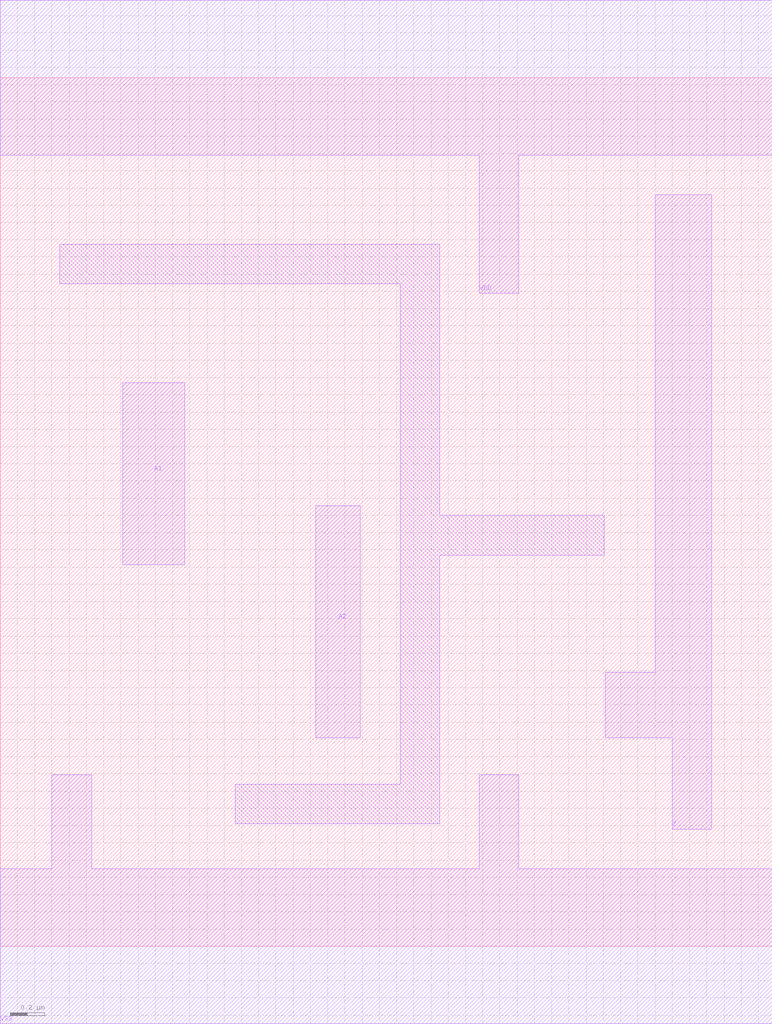
<source format=lef>
# Copyright 2022 GlobalFoundries PDK Authors
#
# Licensed under the Apache License, Version 2.0 (the "License");
# you may not use this file except in compliance with the License.
# You may obtain a copy of the License at
#
#      http://www.apache.org/licenses/LICENSE-2.0
#
# Unless required by applicable law or agreed to in writing, software
# distributed under the License is distributed on an "AS IS" BASIS,
# WITHOUT WARRANTIES OR CONDITIONS OF ANY KIND, either express or implied.
# See the License for the specific language governing permissions and
# limitations under the License.

MACRO gf180mcu_fd_sc_mcu9t5v0__or2_1
  CLASS core ;
  FOREIGN gf180mcu_fd_sc_mcu9t5v0__or2_1 0.0 0.0 ;
  ORIGIN 0 0 ;
  SYMMETRY X Y ;
  SITE GF018hv5v_green_sc9 ;
  SIZE 4.48 BY 5.04 ;
  PIN A1
    DIRECTION INPUT ;
    ANTENNAGATEAREA 0.8535 ;
    PORT
      LAYER Metal1 ;
        POLYGON 0.71 2.215 1.07 2.215 1.07 3.27 0.71 3.27  ;
    END
  END A1
  PIN A2
    DIRECTION INPUT ;
    ANTENNAGATEAREA 0.8535 ;
    PORT
      LAYER Metal1 ;
        POLYGON 1.83 1.21 2.09 1.21 2.09 2.555 1.83 2.555  ;
    END
  END A2
  PIN Z
    DIRECTION OUTPUT ;
    ANTENNADIFFAREA 1.386 ;
    PORT
      LAYER Metal1 ;
        POLYGON 3.51 1.21 3.9 1.21 3.9 0.68 4.13 0.68 4.13 4.36 3.8 4.36 3.8 1.59 3.51 1.59  ;
    END
  END Z
  PIN VDD
    DIRECTION INOUT ;
    USE power ;
    SHAPE ABUTMENT ;
    PORT
      LAYER Metal1 ;
        POLYGON 0 4.59 2.78 4.59 2.78 3.79 3.01 3.79 3.01 4.59 3.505 4.59 4.48 4.59 4.48 5.49 3.505 5.49 0 5.49  ;
    END
  END VDD
  PIN VSS
    DIRECTION INOUT ;
    USE ground ;
    SHAPE ABUTMENT ;
    PORT
      LAYER Metal1 ;
        POLYGON 0 -0.45 4.48 -0.45 4.48 0.45 3.01 0.45 3.01 0.995 2.78 0.995 2.78 0.45 0.53 0.45 0.53 0.995 0.3 0.995 0.3 0.45 0 0.45  ;
    END
  END VSS
  OBS
      LAYER Metal1 ;
        POLYGON 0.345 3.845 2.32 3.845 2.32 0.94 1.365 0.94 1.365 0.71 2.55 0.71 2.55 2.27 3.505 2.27 3.505 2.5 2.55 2.5 2.55 4.075 0.345 4.075  ;
  END
END gf180mcu_fd_sc_mcu9t5v0__or2_1

</source>
